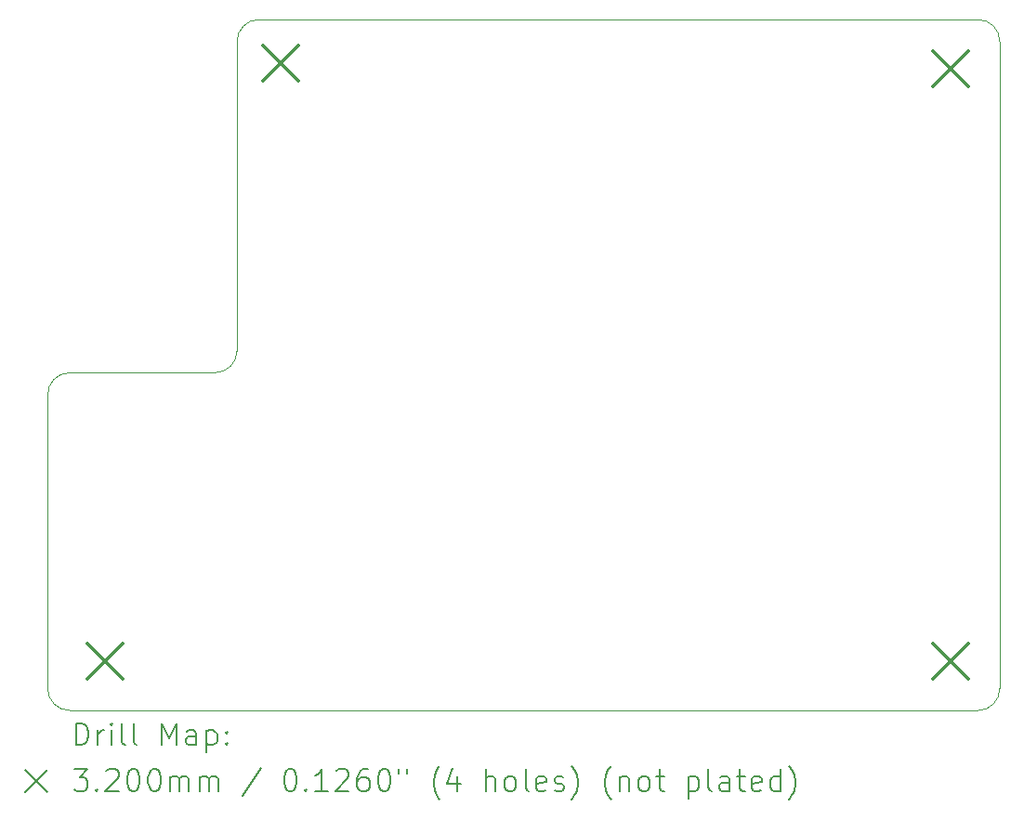
<source format=gbr>
%TF.GenerationSoftware,KiCad,Pcbnew,8.0.6*%
%TF.CreationDate,2025-06-09T20:20:48-07:00*%
%TF.ProjectId,ESP32_Clock_Gallery,45535033-325f-4436-9c6f-636b5f47616c,rev?*%
%TF.SameCoordinates,Original*%
%TF.FileFunction,Drillmap*%
%TF.FilePolarity,Positive*%
%FSLAX45Y45*%
G04 Gerber Fmt 4.5, Leading zero omitted, Abs format (unit mm)*
G04 Created by KiCad (PCBNEW 8.0.6) date 2025-06-09 20:20:48*
%MOMM*%
%LPD*%
G01*
G04 APERTURE LIST*
%ADD10C,0.050000*%
%ADD11C,0.200000*%
%ADD12C,0.320000*%
G04 APERTURE END LIST*
D10*
X11350000Y-5250000D02*
X11750000Y-5250000D01*
X11850000Y-5250000D02*
X16875000Y-5250000D01*
X9625000Y-11550000D02*
G75*
G02*
X9425000Y-11350000I0J200000D01*
G01*
X11150000Y-8270000D02*
G75*
G02*
X10950000Y-8470000I-200000J0D01*
G01*
X11150000Y-6330000D02*
X11150000Y-5450000D01*
X11150000Y-5450000D02*
G75*
G02*
X11350000Y-5250000I200000J0D01*
G01*
X9625000Y-8470000D02*
X9950000Y-8470000D01*
X11150000Y-6330000D02*
X11150000Y-8270000D01*
X11850000Y-5250000D02*
X11750000Y-5250000D01*
X9425000Y-8675000D02*
G75*
G02*
X9625000Y-8469938I200000J5000D01*
G01*
X18100000Y-5450000D02*
X18100000Y-11350000D01*
X17275000Y-5250000D02*
X17900000Y-5250000D01*
X17900000Y-11550000D02*
X9950000Y-11550000D01*
X18100000Y-11350000D02*
G75*
G02*
X17900000Y-11550000I-200000J0D01*
G01*
X9950000Y-11550000D02*
X9625000Y-11550000D01*
X17900000Y-5250000D02*
G75*
G02*
X18100000Y-5450000I0J-200000D01*
G01*
X9425000Y-11350000D02*
X9425000Y-8675000D01*
X16875000Y-5250000D02*
X17275000Y-5250000D01*
X10950000Y-8470000D02*
X9950000Y-8470000D01*
D11*
D12*
X9790000Y-10940000D02*
X10110000Y-11260000D01*
X10110000Y-10940000D02*
X9790000Y-11260000D01*
X11390000Y-5490000D02*
X11710000Y-5810000D01*
X11710000Y-5490000D02*
X11390000Y-5810000D01*
X17490000Y-5540000D02*
X17810000Y-5860000D01*
X17810000Y-5540000D02*
X17490000Y-5860000D01*
X17490000Y-10940000D02*
X17810000Y-11260000D01*
X17810000Y-10940000D02*
X17490000Y-11260000D01*
D11*
X9683214Y-11863984D02*
X9683214Y-11663984D01*
X9683214Y-11663984D02*
X9730833Y-11663984D01*
X9730833Y-11663984D02*
X9759405Y-11673508D01*
X9759405Y-11673508D02*
X9778453Y-11692555D01*
X9778453Y-11692555D02*
X9787976Y-11711603D01*
X9787976Y-11711603D02*
X9797500Y-11749698D01*
X9797500Y-11749698D02*
X9797500Y-11778269D01*
X9797500Y-11778269D02*
X9787976Y-11816365D01*
X9787976Y-11816365D02*
X9778453Y-11835412D01*
X9778453Y-11835412D02*
X9759405Y-11854460D01*
X9759405Y-11854460D02*
X9730833Y-11863984D01*
X9730833Y-11863984D02*
X9683214Y-11863984D01*
X9883214Y-11863984D02*
X9883214Y-11730650D01*
X9883214Y-11768746D02*
X9892738Y-11749698D01*
X9892738Y-11749698D02*
X9902262Y-11740174D01*
X9902262Y-11740174D02*
X9921310Y-11730650D01*
X9921310Y-11730650D02*
X9940357Y-11730650D01*
X10007024Y-11863984D02*
X10007024Y-11730650D01*
X10007024Y-11663984D02*
X9997500Y-11673508D01*
X9997500Y-11673508D02*
X10007024Y-11683031D01*
X10007024Y-11683031D02*
X10016548Y-11673508D01*
X10016548Y-11673508D02*
X10007024Y-11663984D01*
X10007024Y-11663984D02*
X10007024Y-11683031D01*
X10130833Y-11863984D02*
X10111786Y-11854460D01*
X10111786Y-11854460D02*
X10102262Y-11835412D01*
X10102262Y-11835412D02*
X10102262Y-11663984D01*
X10235595Y-11863984D02*
X10216548Y-11854460D01*
X10216548Y-11854460D02*
X10207024Y-11835412D01*
X10207024Y-11835412D02*
X10207024Y-11663984D01*
X10464167Y-11863984D02*
X10464167Y-11663984D01*
X10464167Y-11663984D02*
X10530834Y-11806841D01*
X10530834Y-11806841D02*
X10597500Y-11663984D01*
X10597500Y-11663984D02*
X10597500Y-11863984D01*
X10778453Y-11863984D02*
X10778453Y-11759222D01*
X10778453Y-11759222D02*
X10768929Y-11740174D01*
X10768929Y-11740174D02*
X10749881Y-11730650D01*
X10749881Y-11730650D02*
X10711786Y-11730650D01*
X10711786Y-11730650D02*
X10692738Y-11740174D01*
X10778453Y-11854460D02*
X10759405Y-11863984D01*
X10759405Y-11863984D02*
X10711786Y-11863984D01*
X10711786Y-11863984D02*
X10692738Y-11854460D01*
X10692738Y-11854460D02*
X10683214Y-11835412D01*
X10683214Y-11835412D02*
X10683214Y-11816365D01*
X10683214Y-11816365D02*
X10692738Y-11797317D01*
X10692738Y-11797317D02*
X10711786Y-11787793D01*
X10711786Y-11787793D02*
X10759405Y-11787793D01*
X10759405Y-11787793D02*
X10778453Y-11778269D01*
X10873691Y-11730650D02*
X10873691Y-11930650D01*
X10873691Y-11740174D02*
X10892738Y-11730650D01*
X10892738Y-11730650D02*
X10930834Y-11730650D01*
X10930834Y-11730650D02*
X10949881Y-11740174D01*
X10949881Y-11740174D02*
X10959405Y-11749698D01*
X10959405Y-11749698D02*
X10968929Y-11768746D01*
X10968929Y-11768746D02*
X10968929Y-11825888D01*
X10968929Y-11825888D02*
X10959405Y-11844936D01*
X10959405Y-11844936D02*
X10949881Y-11854460D01*
X10949881Y-11854460D02*
X10930834Y-11863984D01*
X10930834Y-11863984D02*
X10892738Y-11863984D01*
X10892738Y-11863984D02*
X10873691Y-11854460D01*
X11054643Y-11844936D02*
X11064167Y-11854460D01*
X11064167Y-11854460D02*
X11054643Y-11863984D01*
X11054643Y-11863984D02*
X11045119Y-11854460D01*
X11045119Y-11854460D02*
X11054643Y-11844936D01*
X11054643Y-11844936D02*
X11054643Y-11863984D01*
X11054643Y-11740174D02*
X11064167Y-11749698D01*
X11064167Y-11749698D02*
X11054643Y-11759222D01*
X11054643Y-11759222D02*
X11045119Y-11749698D01*
X11045119Y-11749698D02*
X11054643Y-11740174D01*
X11054643Y-11740174D02*
X11054643Y-11759222D01*
X9222438Y-12092500D02*
X9422438Y-12292500D01*
X9422438Y-12092500D02*
X9222438Y-12292500D01*
X9664167Y-12083984D02*
X9787976Y-12083984D01*
X9787976Y-12083984D02*
X9721310Y-12160174D01*
X9721310Y-12160174D02*
X9749881Y-12160174D01*
X9749881Y-12160174D02*
X9768929Y-12169698D01*
X9768929Y-12169698D02*
X9778453Y-12179222D01*
X9778453Y-12179222D02*
X9787976Y-12198269D01*
X9787976Y-12198269D02*
X9787976Y-12245888D01*
X9787976Y-12245888D02*
X9778453Y-12264936D01*
X9778453Y-12264936D02*
X9768929Y-12274460D01*
X9768929Y-12274460D02*
X9749881Y-12283984D01*
X9749881Y-12283984D02*
X9692738Y-12283984D01*
X9692738Y-12283984D02*
X9673691Y-12274460D01*
X9673691Y-12274460D02*
X9664167Y-12264936D01*
X9873691Y-12264936D02*
X9883214Y-12274460D01*
X9883214Y-12274460D02*
X9873691Y-12283984D01*
X9873691Y-12283984D02*
X9864167Y-12274460D01*
X9864167Y-12274460D02*
X9873691Y-12264936D01*
X9873691Y-12264936D02*
X9873691Y-12283984D01*
X9959405Y-12103031D02*
X9968929Y-12093508D01*
X9968929Y-12093508D02*
X9987976Y-12083984D01*
X9987976Y-12083984D02*
X10035595Y-12083984D01*
X10035595Y-12083984D02*
X10054643Y-12093508D01*
X10054643Y-12093508D02*
X10064167Y-12103031D01*
X10064167Y-12103031D02*
X10073691Y-12122079D01*
X10073691Y-12122079D02*
X10073691Y-12141127D01*
X10073691Y-12141127D02*
X10064167Y-12169698D01*
X10064167Y-12169698D02*
X9949881Y-12283984D01*
X9949881Y-12283984D02*
X10073691Y-12283984D01*
X10197500Y-12083984D02*
X10216548Y-12083984D01*
X10216548Y-12083984D02*
X10235595Y-12093508D01*
X10235595Y-12093508D02*
X10245119Y-12103031D01*
X10245119Y-12103031D02*
X10254643Y-12122079D01*
X10254643Y-12122079D02*
X10264167Y-12160174D01*
X10264167Y-12160174D02*
X10264167Y-12207793D01*
X10264167Y-12207793D02*
X10254643Y-12245888D01*
X10254643Y-12245888D02*
X10245119Y-12264936D01*
X10245119Y-12264936D02*
X10235595Y-12274460D01*
X10235595Y-12274460D02*
X10216548Y-12283984D01*
X10216548Y-12283984D02*
X10197500Y-12283984D01*
X10197500Y-12283984D02*
X10178453Y-12274460D01*
X10178453Y-12274460D02*
X10168929Y-12264936D01*
X10168929Y-12264936D02*
X10159405Y-12245888D01*
X10159405Y-12245888D02*
X10149881Y-12207793D01*
X10149881Y-12207793D02*
X10149881Y-12160174D01*
X10149881Y-12160174D02*
X10159405Y-12122079D01*
X10159405Y-12122079D02*
X10168929Y-12103031D01*
X10168929Y-12103031D02*
X10178453Y-12093508D01*
X10178453Y-12093508D02*
X10197500Y-12083984D01*
X10387976Y-12083984D02*
X10407024Y-12083984D01*
X10407024Y-12083984D02*
X10426072Y-12093508D01*
X10426072Y-12093508D02*
X10435595Y-12103031D01*
X10435595Y-12103031D02*
X10445119Y-12122079D01*
X10445119Y-12122079D02*
X10454643Y-12160174D01*
X10454643Y-12160174D02*
X10454643Y-12207793D01*
X10454643Y-12207793D02*
X10445119Y-12245888D01*
X10445119Y-12245888D02*
X10435595Y-12264936D01*
X10435595Y-12264936D02*
X10426072Y-12274460D01*
X10426072Y-12274460D02*
X10407024Y-12283984D01*
X10407024Y-12283984D02*
X10387976Y-12283984D01*
X10387976Y-12283984D02*
X10368929Y-12274460D01*
X10368929Y-12274460D02*
X10359405Y-12264936D01*
X10359405Y-12264936D02*
X10349881Y-12245888D01*
X10349881Y-12245888D02*
X10340357Y-12207793D01*
X10340357Y-12207793D02*
X10340357Y-12160174D01*
X10340357Y-12160174D02*
X10349881Y-12122079D01*
X10349881Y-12122079D02*
X10359405Y-12103031D01*
X10359405Y-12103031D02*
X10368929Y-12093508D01*
X10368929Y-12093508D02*
X10387976Y-12083984D01*
X10540357Y-12283984D02*
X10540357Y-12150650D01*
X10540357Y-12169698D02*
X10549881Y-12160174D01*
X10549881Y-12160174D02*
X10568929Y-12150650D01*
X10568929Y-12150650D02*
X10597500Y-12150650D01*
X10597500Y-12150650D02*
X10616548Y-12160174D01*
X10616548Y-12160174D02*
X10626072Y-12179222D01*
X10626072Y-12179222D02*
X10626072Y-12283984D01*
X10626072Y-12179222D02*
X10635595Y-12160174D01*
X10635595Y-12160174D02*
X10654643Y-12150650D01*
X10654643Y-12150650D02*
X10683214Y-12150650D01*
X10683214Y-12150650D02*
X10702262Y-12160174D01*
X10702262Y-12160174D02*
X10711786Y-12179222D01*
X10711786Y-12179222D02*
X10711786Y-12283984D01*
X10807024Y-12283984D02*
X10807024Y-12150650D01*
X10807024Y-12169698D02*
X10816548Y-12160174D01*
X10816548Y-12160174D02*
X10835595Y-12150650D01*
X10835595Y-12150650D02*
X10864167Y-12150650D01*
X10864167Y-12150650D02*
X10883215Y-12160174D01*
X10883215Y-12160174D02*
X10892738Y-12179222D01*
X10892738Y-12179222D02*
X10892738Y-12283984D01*
X10892738Y-12179222D02*
X10902262Y-12160174D01*
X10902262Y-12160174D02*
X10921310Y-12150650D01*
X10921310Y-12150650D02*
X10949881Y-12150650D01*
X10949881Y-12150650D02*
X10968929Y-12160174D01*
X10968929Y-12160174D02*
X10978453Y-12179222D01*
X10978453Y-12179222D02*
X10978453Y-12283984D01*
X11368929Y-12074460D02*
X11197500Y-12331603D01*
X11626072Y-12083984D02*
X11645119Y-12083984D01*
X11645119Y-12083984D02*
X11664167Y-12093508D01*
X11664167Y-12093508D02*
X11673691Y-12103031D01*
X11673691Y-12103031D02*
X11683215Y-12122079D01*
X11683215Y-12122079D02*
X11692738Y-12160174D01*
X11692738Y-12160174D02*
X11692738Y-12207793D01*
X11692738Y-12207793D02*
X11683215Y-12245888D01*
X11683215Y-12245888D02*
X11673691Y-12264936D01*
X11673691Y-12264936D02*
X11664167Y-12274460D01*
X11664167Y-12274460D02*
X11645119Y-12283984D01*
X11645119Y-12283984D02*
X11626072Y-12283984D01*
X11626072Y-12283984D02*
X11607024Y-12274460D01*
X11607024Y-12274460D02*
X11597500Y-12264936D01*
X11597500Y-12264936D02*
X11587976Y-12245888D01*
X11587976Y-12245888D02*
X11578453Y-12207793D01*
X11578453Y-12207793D02*
X11578453Y-12160174D01*
X11578453Y-12160174D02*
X11587976Y-12122079D01*
X11587976Y-12122079D02*
X11597500Y-12103031D01*
X11597500Y-12103031D02*
X11607024Y-12093508D01*
X11607024Y-12093508D02*
X11626072Y-12083984D01*
X11778453Y-12264936D02*
X11787976Y-12274460D01*
X11787976Y-12274460D02*
X11778453Y-12283984D01*
X11778453Y-12283984D02*
X11768929Y-12274460D01*
X11768929Y-12274460D02*
X11778453Y-12264936D01*
X11778453Y-12264936D02*
X11778453Y-12283984D01*
X11978453Y-12283984D02*
X11864167Y-12283984D01*
X11921310Y-12283984D02*
X11921310Y-12083984D01*
X11921310Y-12083984D02*
X11902262Y-12112555D01*
X11902262Y-12112555D02*
X11883215Y-12131603D01*
X11883215Y-12131603D02*
X11864167Y-12141127D01*
X12054643Y-12103031D02*
X12064167Y-12093508D01*
X12064167Y-12093508D02*
X12083215Y-12083984D01*
X12083215Y-12083984D02*
X12130834Y-12083984D01*
X12130834Y-12083984D02*
X12149881Y-12093508D01*
X12149881Y-12093508D02*
X12159405Y-12103031D01*
X12159405Y-12103031D02*
X12168929Y-12122079D01*
X12168929Y-12122079D02*
X12168929Y-12141127D01*
X12168929Y-12141127D02*
X12159405Y-12169698D01*
X12159405Y-12169698D02*
X12045119Y-12283984D01*
X12045119Y-12283984D02*
X12168929Y-12283984D01*
X12340357Y-12083984D02*
X12302262Y-12083984D01*
X12302262Y-12083984D02*
X12283215Y-12093508D01*
X12283215Y-12093508D02*
X12273691Y-12103031D01*
X12273691Y-12103031D02*
X12254643Y-12131603D01*
X12254643Y-12131603D02*
X12245119Y-12169698D01*
X12245119Y-12169698D02*
X12245119Y-12245888D01*
X12245119Y-12245888D02*
X12254643Y-12264936D01*
X12254643Y-12264936D02*
X12264167Y-12274460D01*
X12264167Y-12274460D02*
X12283215Y-12283984D01*
X12283215Y-12283984D02*
X12321310Y-12283984D01*
X12321310Y-12283984D02*
X12340357Y-12274460D01*
X12340357Y-12274460D02*
X12349881Y-12264936D01*
X12349881Y-12264936D02*
X12359405Y-12245888D01*
X12359405Y-12245888D02*
X12359405Y-12198269D01*
X12359405Y-12198269D02*
X12349881Y-12179222D01*
X12349881Y-12179222D02*
X12340357Y-12169698D01*
X12340357Y-12169698D02*
X12321310Y-12160174D01*
X12321310Y-12160174D02*
X12283215Y-12160174D01*
X12283215Y-12160174D02*
X12264167Y-12169698D01*
X12264167Y-12169698D02*
X12254643Y-12179222D01*
X12254643Y-12179222D02*
X12245119Y-12198269D01*
X12483215Y-12083984D02*
X12502262Y-12083984D01*
X12502262Y-12083984D02*
X12521310Y-12093508D01*
X12521310Y-12093508D02*
X12530834Y-12103031D01*
X12530834Y-12103031D02*
X12540357Y-12122079D01*
X12540357Y-12122079D02*
X12549881Y-12160174D01*
X12549881Y-12160174D02*
X12549881Y-12207793D01*
X12549881Y-12207793D02*
X12540357Y-12245888D01*
X12540357Y-12245888D02*
X12530834Y-12264936D01*
X12530834Y-12264936D02*
X12521310Y-12274460D01*
X12521310Y-12274460D02*
X12502262Y-12283984D01*
X12502262Y-12283984D02*
X12483215Y-12283984D01*
X12483215Y-12283984D02*
X12464167Y-12274460D01*
X12464167Y-12274460D02*
X12454643Y-12264936D01*
X12454643Y-12264936D02*
X12445119Y-12245888D01*
X12445119Y-12245888D02*
X12435596Y-12207793D01*
X12435596Y-12207793D02*
X12435596Y-12160174D01*
X12435596Y-12160174D02*
X12445119Y-12122079D01*
X12445119Y-12122079D02*
X12454643Y-12103031D01*
X12454643Y-12103031D02*
X12464167Y-12093508D01*
X12464167Y-12093508D02*
X12483215Y-12083984D01*
X12626072Y-12083984D02*
X12626072Y-12122079D01*
X12702262Y-12083984D02*
X12702262Y-12122079D01*
X12997500Y-12360174D02*
X12987977Y-12350650D01*
X12987977Y-12350650D02*
X12968929Y-12322079D01*
X12968929Y-12322079D02*
X12959405Y-12303031D01*
X12959405Y-12303031D02*
X12949881Y-12274460D01*
X12949881Y-12274460D02*
X12940358Y-12226841D01*
X12940358Y-12226841D02*
X12940358Y-12188746D01*
X12940358Y-12188746D02*
X12949881Y-12141127D01*
X12949881Y-12141127D02*
X12959405Y-12112555D01*
X12959405Y-12112555D02*
X12968929Y-12093508D01*
X12968929Y-12093508D02*
X12987977Y-12064936D01*
X12987977Y-12064936D02*
X12997500Y-12055412D01*
X13159405Y-12150650D02*
X13159405Y-12283984D01*
X13111786Y-12074460D02*
X13064167Y-12217317D01*
X13064167Y-12217317D02*
X13187977Y-12217317D01*
X13416548Y-12283984D02*
X13416548Y-12083984D01*
X13502262Y-12283984D02*
X13502262Y-12179222D01*
X13502262Y-12179222D02*
X13492739Y-12160174D01*
X13492739Y-12160174D02*
X13473691Y-12150650D01*
X13473691Y-12150650D02*
X13445119Y-12150650D01*
X13445119Y-12150650D02*
X13426072Y-12160174D01*
X13426072Y-12160174D02*
X13416548Y-12169698D01*
X13626072Y-12283984D02*
X13607024Y-12274460D01*
X13607024Y-12274460D02*
X13597500Y-12264936D01*
X13597500Y-12264936D02*
X13587977Y-12245888D01*
X13587977Y-12245888D02*
X13587977Y-12188746D01*
X13587977Y-12188746D02*
X13597500Y-12169698D01*
X13597500Y-12169698D02*
X13607024Y-12160174D01*
X13607024Y-12160174D02*
X13626072Y-12150650D01*
X13626072Y-12150650D02*
X13654643Y-12150650D01*
X13654643Y-12150650D02*
X13673691Y-12160174D01*
X13673691Y-12160174D02*
X13683215Y-12169698D01*
X13683215Y-12169698D02*
X13692739Y-12188746D01*
X13692739Y-12188746D02*
X13692739Y-12245888D01*
X13692739Y-12245888D02*
X13683215Y-12264936D01*
X13683215Y-12264936D02*
X13673691Y-12274460D01*
X13673691Y-12274460D02*
X13654643Y-12283984D01*
X13654643Y-12283984D02*
X13626072Y-12283984D01*
X13807024Y-12283984D02*
X13787977Y-12274460D01*
X13787977Y-12274460D02*
X13778453Y-12255412D01*
X13778453Y-12255412D02*
X13778453Y-12083984D01*
X13959405Y-12274460D02*
X13940358Y-12283984D01*
X13940358Y-12283984D02*
X13902262Y-12283984D01*
X13902262Y-12283984D02*
X13883215Y-12274460D01*
X13883215Y-12274460D02*
X13873691Y-12255412D01*
X13873691Y-12255412D02*
X13873691Y-12179222D01*
X13873691Y-12179222D02*
X13883215Y-12160174D01*
X13883215Y-12160174D02*
X13902262Y-12150650D01*
X13902262Y-12150650D02*
X13940358Y-12150650D01*
X13940358Y-12150650D02*
X13959405Y-12160174D01*
X13959405Y-12160174D02*
X13968929Y-12179222D01*
X13968929Y-12179222D02*
X13968929Y-12198269D01*
X13968929Y-12198269D02*
X13873691Y-12217317D01*
X14045120Y-12274460D02*
X14064167Y-12283984D01*
X14064167Y-12283984D02*
X14102262Y-12283984D01*
X14102262Y-12283984D02*
X14121310Y-12274460D01*
X14121310Y-12274460D02*
X14130834Y-12255412D01*
X14130834Y-12255412D02*
X14130834Y-12245888D01*
X14130834Y-12245888D02*
X14121310Y-12226841D01*
X14121310Y-12226841D02*
X14102262Y-12217317D01*
X14102262Y-12217317D02*
X14073691Y-12217317D01*
X14073691Y-12217317D02*
X14054643Y-12207793D01*
X14054643Y-12207793D02*
X14045120Y-12188746D01*
X14045120Y-12188746D02*
X14045120Y-12179222D01*
X14045120Y-12179222D02*
X14054643Y-12160174D01*
X14054643Y-12160174D02*
X14073691Y-12150650D01*
X14073691Y-12150650D02*
X14102262Y-12150650D01*
X14102262Y-12150650D02*
X14121310Y-12160174D01*
X14197501Y-12360174D02*
X14207024Y-12350650D01*
X14207024Y-12350650D02*
X14226072Y-12322079D01*
X14226072Y-12322079D02*
X14235596Y-12303031D01*
X14235596Y-12303031D02*
X14245120Y-12274460D01*
X14245120Y-12274460D02*
X14254643Y-12226841D01*
X14254643Y-12226841D02*
X14254643Y-12188746D01*
X14254643Y-12188746D02*
X14245120Y-12141127D01*
X14245120Y-12141127D02*
X14235596Y-12112555D01*
X14235596Y-12112555D02*
X14226072Y-12093508D01*
X14226072Y-12093508D02*
X14207024Y-12064936D01*
X14207024Y-12064936D02*
X14197501Y-12055412D01*
X14559405Y-12360174D02*
X14549881Y-12350650D01*
X14549881Y-12350650D02*
X14530834Y-12322079D01*
X14530834Y-12322079D02*
X14521310Y-12303031D01*
X14521310Y-12303031D02*
X14511786Y-12274460D01*
X14511786Y-12274460D02*
X14502262Y-12226841D01*
X14502262Y-12226841D02*
X14502262Y-12188746D01*
X14502262Y-12188746D02*
X14511786Y-12141127D01*
X14511786Y-12141127D02*
X14521310Y-12112555D01*
X14521310Y-12112555D02*
X14530834Y-12093508D01*
X14530834Y-12093508D02*
X14549881Y-12064936D01*
X14549881Y-12064936D02*
X14559405Y-12055412D01*
X14635596Y-12150650D02*
X14635596Y-12283984D01*
X14635596Y-12169698D02*
X14645120Y-12160174D01*
X14645120Y-12160174D02*
X14664167Y-12150650D01*
X14664167Y-12150650D02*
X14692739Y-12150650D01*
X14692739Y-12150650D02*
X14711786Y-12160174D01*
X14711786Y-12160174D02*
X14721310Y-12179222D01*
X14721310Y-12179222D02*
X14721310Y-12283984D01*
X14845120Y-12283984D02*
X14826072Y-12274460D01*
X14826072Y-12274460D02*
X14816548Y-12264936D01*
X14816548Y-12264936D02*
X14807024Y-12245888D01*
X14807024Y-12245888D02*
X14807024Y-12188746D01*
X14807024Y-12188746D02*
X14816548Y-12169698D01*
X14816548Y-12169698D02*
X14826072Y-12160174D01*
X14826072Y-12160174D02*
X14845120Y-12150650D01*
X14845120Y-12150650D02*
X14873691Y-12150650D01*
X14873691Y-12150650D02*
X14892739Y-12160174D01*
X14892739Y-12160174D02*
X14902262Y-12169698D01*
X14902262Y-12169698D02*
X14911786Y-12188746D01*
X14911786Y-12188746D02*
X14911786Y-12245888D01*
X14911786Y-12245888D02*
X14902262Y-12264936D01*
X14902262Y-12264936D02*
X14892739Y-12274460D01*
X14892739Y-12274460D02*
X14873691Y-12283984D01*
X14873691Y-12283984D02*
X14845120Y-12283984D01*
X14968929Y-12150650D02*
X15045120Y-12150650D01*
X14997501Y-12083984D02*
X14997501Y-12255412D01*
X14997501Y-12255412D02*
X15007024Y-12274460D01*
X15007024Y-12274460D02*
X15026072Y-12283984D01*
X15026072Y-12283984D02*
X15045120Y-12283984D01*
X15264167Y-12150650D02*
X15264167Y-12350650D01*
X15264167Y-12160174D02*
X15283215Y-12150650D01*
X15283215Y-12150650D02*
X15321310Y-12150650D01*
X15321310Y-12150650D02*
X15340358Y-12160174D01*
X15340358Y-12160174D02*
X15349882Y-12169698D01*
X15349882Y-12169698D02*
X15359405Y-12188746D01*
X15359405Y-12188746D02*
X15359405Y-12245888D01*
X15359405Y-12245888D02*
X15349882Y-12264936D01*
X15349882Y-12264936D02*
X15340358Y-12274460D01*
X15340358Y-12274460D02*
X15321310Y-12283984D01*
X15321310Y-12283984D02*
X15283215Y-12283984D01*
X15283215Y-12283984D02*
X15264167Y-12274460D01*
X15473691Y-12283984D02*
X15454643Y-12274460D01*
X15454643Y-12274460D02*
X15445120Y-12255412D01*
X15445120Y-12255412D02*
X15445120Y-12083984D01*
X15635596Y-12283984D02*
X15635596Y-12179222D01*
X15635596Y-12179222D02*
X15626072Y-12160174D01*
X15626072Y-12160174D02*
X15607024Y-12150650D01*
X15607024Y-12150650D02*
X15568929Y-12150650D01*
X15568929Y-12150650D02*
X15549882Y-12160174D01*
X15635596Y-12274460D02*
X15616548Y-12283984D01*
X15616548Y-12283984D02*
X15568929Y-12283984D01*
X15568929Y-12283984D02*
X15549882Y-12274460D01*
X15549882Y-12274460D02*
X15540358Y-12255412D01*
X15540358Y-12255412D02*
X15540358Y-12236365D01*
X15540358Y-12236365D02*
X15549882Y-12217317D01*
X15549882Y-12217317D02*
X15568929Y-12207793D01*
X15568929Y-12207793D02*
X15616548Y-12207793D01*
X15616548Y-12207793D02*
X15635596Y-12198269D01*
X15702263Y-12150650D02*
X15778453Y-12150650D01*
X15730834Y-12083984D02*
X15730834Y-12255412D01*
X15730834Y-12255412D02*
X15740358Y-12274460D01*
X15740358Y-12274460D02*
X15759405Y-12283984D01*
X15759405Y-12283984D02*
X15778453Y-12283984D01*
X15921310Y-12274460D02*
X15902263Y-12283984D01*
X15902263Y-12283984D02*
X15864167Y-12283984D01*
X15864167Y-12283984D02*
X15845120Y-12274460D01*
X15845120Y-12274460D02*
X15835596Y-12255412D01*
X15835596Y-12255412D02*
X15835596Y-12179222D01*
X15835596Y-12179222D02*
X15845120Y-12160174D01*
X15845120Y-12160174D02*
X15864167Y-12150650D01*
X15864167Y-12150650D02*
X15902263Y-12150650D01*
X15902263Y-12150650D02*
X15921310Y-12160174D01*
X15921310Y-12160174D02*
X15930834Y-12179222D01*
X15930834Y-12179222D02*
X15930834Y-12198269D01*
X15930834Y-12198269D02*
X15835596Y-12217317D01*
X16102263Y-12283984D02*
X16102263Y-12083984D01*
X16102263Y-12274460D02*
X16083215Y-12283984D01*
X16083215Y-12283984D02*
X16045120Y-12283984D01*
X16045120Y-12283984D02*
X16026072Y-12274460D01*
X16026072Y-12274460D02*
X16016548Y-12264936D01*
X16016548Y-12264936D02*
X16007024Y-12245888D01*
X16007024Y-12245888D02*
X16007024Y-12188746D01*
X16007024Y-12188746D02*
X16016548Y-12169698D01*
X16016548Y-12169698D02*
X16026072Y-12160174D01*
X16026072Y-12160174D02*
X16045120Y-12150650D01*
X16045120Y-12150650D02*
X16083215Y-12150650D01*
X16083215Y-12150650D02*
X16102263Y-12160174D01*
X16178453Y-12360174D02*
X16187977Y-12350650D01*
X16187977Y-12350650D02*
X16207024Y-12322079D01*
X16207024Y-12322079D02*
X16216548Y-12303031D01*
X16216548Y-12303031D02*
X16226072Y-12274460D01*
X16226072Y-12274460D02*
X16235596Y-12226841D01*
X16235596Y-12226841D02*
X16235596Y-12188746D01*
X16235596Y-12188746D02*
X16226072Y-12141127D01*
X16226072Y-12141127D02*
X16216548Y-12112555D01*
X16216548Y-12112555D02*
X16207024Y-12093508D01*
X16207024Y-12093508D02*
X16187977Y-12064936D01*
X16187977Y-12064936D02*
X16178453Y-12055412D01*
M02*

</source>
